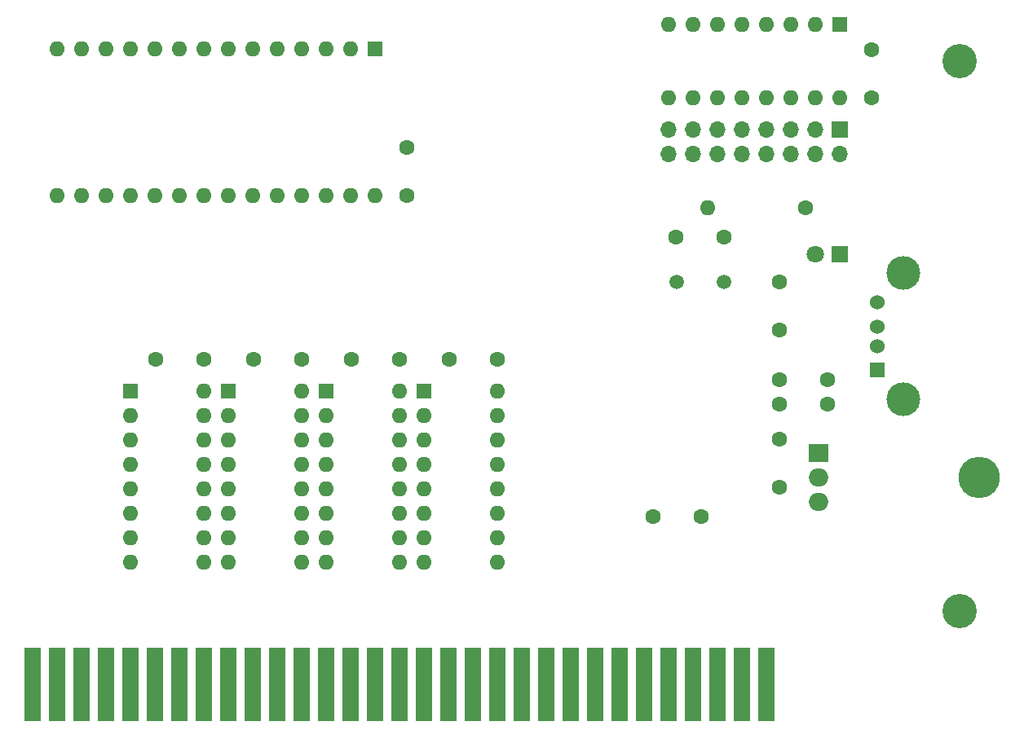
<source format=gbr>
G04 #@! TF.GenerationSoftware,KiCad,Pcbnew,(5.1.8)-1*
G04 #@! TF.CreationDate,2023-05-08T00:15:06-06:00*
G04 #@! TF.ProjectId,CH376S ISA,43483337-3653-4204-9953-412e6b696361,rev?*
G04 #@! TF.SameCoordinates,Original*
G04 #@! TF.FileFunction,Soldermask,Bot*
G04 #@! TF.FilePolarity,Negative*
%FSLAX46Y46*%
G04 Gerber Fmt 4.6, Leading zero omitted, Abs format (unit mm)*
G04 Created by KiCad (PCBNEW (5.1.8)-1) date 2023-05-08 00:15:06*
%MOMM*%
%LPD*%
G01*
G04 APERTURE LIST*
%ADD10O,1.600000X1.600000*%
%ADD11R,1.600000X1.600000*%
%ADD12O,1.700000X1.700000*%
%ADD13R,1.700000X1.700000*%
%ADD14C,1.600000*%
%ADD15C,3.556000*%
%ADD16R,1.780000X7.620000*%
%ADD17O,2.000000X1.905000*%
%ADD18R,2.000000X1.905000*%
%ADD19O,4.318000X4.318000*%
%ADD20C,1.524000*%
%ADD21R,1.524000X1.524000*%
%ADD22C,3.500000*%
%ADD23C,1.500000*%
%ADD24C,1.800000*%
%ADD25R,1.800000X1.800000*%
G04 APERTURE END LIST*
D10*
G04 #@! TO.C,U15*
X119380000Y-119380000D03*
X111760000Y-137160000D03*
X119380000Y-121920000D03*
X111760000Y-134620000D03*
X119380000Y-124460000D03*
X111760000Y-132080000D03*
X119380000Y-127000000D03*
X111760000Y-129540000D03*
X119380000Y-129540000D03*
X111760000Y-127000000D03*
X119380000Y-132080000D03*
X111760000Y-124460000D03*
X119380000Y-134620000D03*
X111760000Y-121920000D03*
X119380000Y-137160000D03*
D11*
X111760000Y-119380000D03*
G04 #@! TD*
D10*
G04 #@! TO.C,U14*
X129540000Y-119380000D03*
X121920000Y-137160000D03*
X129540000Y-121920000D03*
X121920000Y-134620000D03*
X129540000Y-124460000D03*
X121920000Y-132080000D03*
X129540000Y-127000000D03*
X121920000Y-129540000D03*
X129540000Y-129540000D03*
X121920000Y-127000000D03*
X129540000Y-132080000D03*
X121920000Y-124460000D03*
X129540000Y-134620000D03*
X121920000Y-121920000D03*
X129540000Y-137160000D03*
D11*
X121920000Y-119380000D03*
G04 #@! TD*
D10*
G04 #@! TO.C,U13*
X139700000Y-119380000D03*
X132080000Y-137160000D03*
X139700000Y-121920000D03*
X132080000Y-134620000D03*
X139700000Y-124460000D03*
X132080000Y-132080000D03*
X139700000Y-127000000D03*
X132080000Y-129540000D03*
X139700000Y-129540000D03*
X132080000Y-127000000D03*
X139700000Y-132080000D03*
X132080000Y-124460000D03*
X139700000Y-134620000D03*
X132080000Y-121920000D03*
X139700000Y-137160000D03*
D11*
X132080000Y-119380000D03*
G04 #@! TD*
D10*
G04 #@! TO.C,U5*
X185420000Y-88900000D03*
X167640000Y-81280000D03*
X182880000Y-88900000D03*
X170180000Y-81280000D03*
X180340000Y-88900000D03*
X172720000Y-81280000D03*
X177800000Y-88900000D03*
X175260000Y-81280000D03*
X175260000Y-88900000D03*
X177800000Y-81280000D03*
X172720000Y-88900000D03*
X180340000Y-81280000D03*
X170180000Y-88900000D03*
X182880000Y-81280000D03*
X167640000Y-88900000D03*
D11*
X185420000Y-81280000D03*
G04 #@! TD*
D10*
G04 #@! TO.C,U4*
X149860000Y-119380000D03*
X142240000Y-137160000D03*
X149860000Y-121920000D03*
X142240000Y-134620000D03*
X149860000Y-124460000D03*
X142240000Y-132080000D03*
X149860000Y-127000000D03*
X142240000Y-129540000D03*
X149860000Y-129540000D03*
X142240000Y-127000000D03*
X149860000Y-132080000D03*
X142240000Y-124460000D03*
X149860000Y-134620000D03*
X142240000Y-121920000D03*
X149860000Y-137160000D03*
D11*
X142240000Y-119380000D03*
G04 #@! TD*
D10*
G04 #@! TO.C,U3*
X137160000Y-99060000D03*
X104140000Y-83820000D03*
X134620000Y-99060000D03*
X106680000Y-83820000D03*
X132080000Y-99060000D03*
X109220000Y-83820000D03*
X129540000Y-99060000D03*
X111760000Y-83820000D03*
X127000000Y-99060000D03*
X114300000Y-83820000D03*
X124460000Y-99060000D03*
X116840000Y-83820000D03*
X121920000Y-99060000D03*
X119380000Y-83820000D03*
X119380000Y-99060000D03*
X121920000Y-83820000D03*
X116840000Y-99060000D03*
X124460000Y-83820000D03*
X114300000Y-99060000D03*
X127000000Y-83820000D03*
X111760000Y-99060000D03*
X129540000Y-83820000D03*
X109220000Y-99060000D03*
X132080000Y-83820000D03*
X106680000Y-99060000D03*
X134620000Y-83820000D03*
X104140000Y-99060000D03*
D11*
X137160000Y-83820000D03*
G04 #@! TD*
D12*
G04 #@! TO.C,J2*
X167640000Y-94742000D03*
X167640000Y-92202000D03*
X170180000Y-94742000D03*
X170180000Y-92202000D03*
X172720000Y-94742000D03*
X172720000Y-92202000D03*
X175260000Y-94742000D03*
X175260000Y-92202000D03*
X177800000Y-94742000D03*
X177800000Y-92202000D03*
X180340000Y-94742000D03*
X180340000Y-92202000D03*
X182880000Y-94742000D03*
X182880000Y-92202000D03*
X185420000Y-94742000D03*
D13*
X185420000Y-92202000D03*
G04 #@! TD*
D14*
G04 #@! TO.C,C16*
X188722000Y-88900000D03*
X188722000Y-83900000D03*
G04 #@! TD*
G04 #@! TO.C,C15*
X129540000Y-116078000D03*
X124540000Y-116078000D03*
G04 #@! TD*
G04 #@! TO.C,C14*
X140462000Y-99060000D03*
X140462000Y-94060000D03*
G04 #@! TD*
G04 #@! TO.C,C10*
X139700000Y-116078000D03*
X134700000Y-116078000D03*
G04 #@! TD*
G04 #@! TO.C,C9*
X119380000Y-116078000D03*
X114380000Y-116078000D03*
G04 #@! TD*
G04 #@! TO.C,C8*
X149860000Y-116078000D03*
X144860000Y-116078000D03*
G04 #@! TD*
D15*
G04 #@! TO.C,R*
X197866000Y-85090000D03*
G04 #@! TD*
G04 #@! TO.C,R*
X197866000Y-142240000D03*
G04 #@! TD*
D16*
G04 #@! TO.C,J1*
X101600000Y-149860000D03*
X104140000Y-149860000D03*
X106680000Y-149860000D03*
X109220000Y-149860000D03*
X111760000Y-149860000D03*
X114300000Y-149860000D03*
X116840000Y-149860000D03*
X119380000Y-149860000D03*
X121920000Y-149860000D03*
X124460000Y-149860000D03*
X127000000Y-149860000D03*
X129540000Y-149860000D03*
X132080000Y-149860000D03*
X134620000Y-149860000D03*
X137160000Y-149860000D03*
X139700000Y-149860000D03*
X142240000Y-149860000D03*
X144780000Y-149860000D03*
X147320000Y-149860000D03*
X149860000Y-149860000D03*
X152400000Y-149860000D03*
X154940000Y-149860000D03*
X157480000Y-149860000D03*
X160020000Y-149860000D03*
X162560000Y-149860000D03*
X165100000Y-149860000D03*
X167640000Y-149860000D03*
X170180000Y-149860000D03*
X172720000Y-149860000D03*
X175260000Y-149860000D03*
X177800000Y-149860000D03*
G04 #@! TD*
D17*
G04 #@! TO.C,U2*
X183197500Y-130873500D03*
X183197500Y-128333500D03*
D18*
X183197500Y-125793500D03*
D19*
X199857500Y-128333500D03*
G04 #@! TD*
D14*
G04 #@! TO.C,C5*
X179133500Y-113013500D03*
X179133500Y-108013500D03*
G04 #@! TD*
G04 #@! TO.C,C4*
X173402000Y-103378000D03*
X168402000Y-103378000D03*
G04 #@! TD*
G04 #@! TO.C,C2*
X179133500Y-118173500D03*
X184133500Y-118173500D03*
G04 #@! TD*
G04 #@! TO.C,C1*
X171005500Y-132397500D03*
X166005500Y-132397500D03*
G04 #@! TD*
D20*
G04 #@! TO.C,USB1*
X189293500Y-110157500D03*
X189293500Y-112657500D03*
X189293500Y-114657500D03*
D21*
X189293500Y-117157500D03*
D22*
X192003500Y-120227500D03*
X192003500Y-107087500D03*
G04 #@! TD*
D23*
G04 #@! TO.C,Y2*
X173365500Y-108013500D03*
X168465500Y-108013500D03*
G04 #@! TD*
D10*
G04 #@! TO.C,R2*
X171704000Y-100330000D03*
D14*
X181864000Y-100330000D03*
G04 #@! TD*
D24*
G04 #@! TO.C,D1*
X182880000Y-105156000D03*
D25*
X185420000Y-105156000D03*
G04 #@! TD*
D14*
G04 #@! TO.C,C7*
X179133500Y-120713500D03*
X184133500Y-120713500D03*
G04 #@! TD*
G04 #@! TO.C,C6*
X179133500Y-124349500D03*
X179133500Y-129349500D03*
G04 #@! TD*
M02*

</source>
